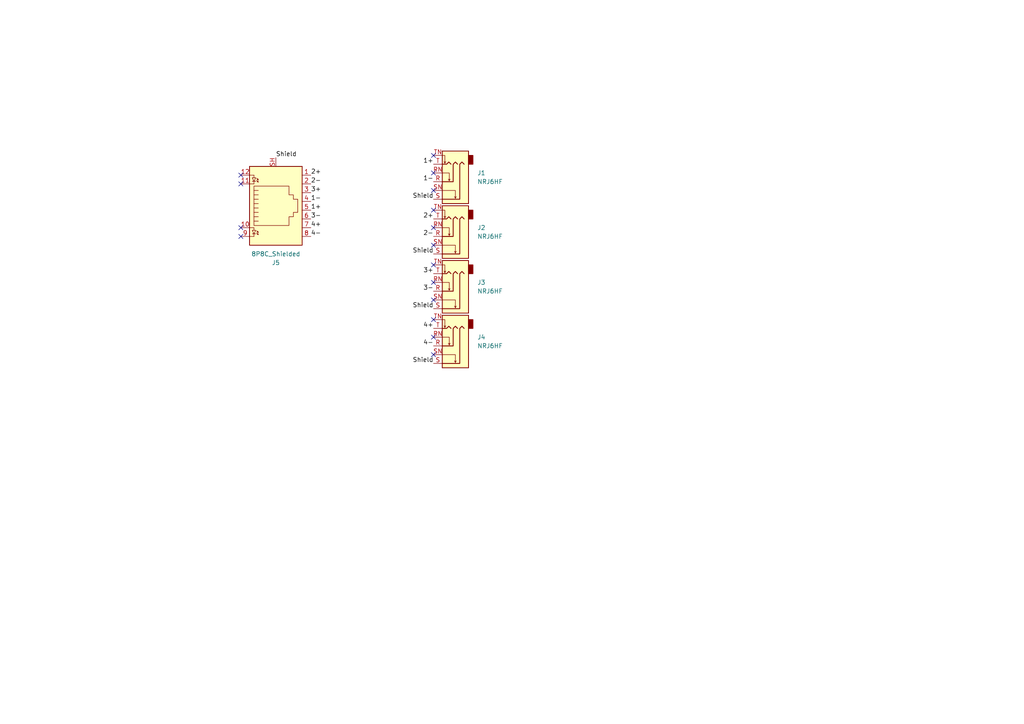
<source format=kicad_sch>
(kicad_sch (version 20231120) (generator "eeschema") (generator_version "8.0")
  (paper "A4")
  (lib_symbols
    (symbol "Connector:8P8C_LED_Shielded" (pin_names (offset 1.016))
      (property "Reference" "J" (at -5.08 13.97 0))
      (property "Value" "8P8C_LED_Shielded" (at 1.27 13.97 0))
      (symbol "8P8C_LED_Shielded_0_1"
        (polyline (pts (xy -7.62 -7.62) (xy -6.35 -7.62)))
        (polyline (pts (xy -7.62 -5.08) (xy -6.35 -5.08)))
        (polyline (pts (xy -7.62 7.62) (xy -6.35 7.62)))
        (polyline (pts (xy -7.62 10.16) (xy -6.35 10.16)))
        (polyline (pts (xy -6.858 -5.842) (xy -5.842 -5.842)))
        (polyline (pts (xy -6.858 9.398) (xy -5.842 9.398)))
        (polyline (pts (xy -6.35 -7.62) (xy -6.35 -6.858)))
        (polyline (pts (xy -6.35 -5.08) (xy -6.35 -5.842)))
        (polyline (pts (xy -6.35 7.62) (xy -6.35 8.382)))
        (polyline (pts (xy -6.35 10.16) (xy -6.35 9.398)))
        (polyline (pts (xy -5.08 -6.223) (xy -5.207 -6.604)))
        (polyline (pts (xy -5.08 -5.588) (xy -5.207 -5.969)))
        (polyline (pts (xy -5.08 4.445) (xy -6.35 4.445)))
        (polyline (pts (xy -5.08 5.715) (xy -6.35 5.715)))
        (polyline (pts (xy -5.08 9.017) (xy -5.207 8.636)))
        (polyline (pts (xy -5.08 9.652) (xy -5.207 9.271)))
        (polyline (pts (xy -6.35 -3.175) (xy -5.08 -3.175) (xy -5.08 -3.175)))
        (polyline (pts (xy -6.35 -1.905) (xy -5.08 -1.905) (xy -5.08 -1.905)))
        (polyline (pts (xy -6.35 -0.635) (xy -5.08 -0.635) (xy -5.08 -0.635)))
        (polyline (pts (xy -6.35 0.635) (xy -5.08 0.635) (xy -5.08 0.635)))
        (polyline (pts (xy -6.35 1.905) (xy -5.08 1.905) (xy -5.08 1.905)))
        (polyline (pts (xy -5.588 -6.731) (xy -5.08 -6.223) (xy -5.461 -6.35)))
        (polyline (pts (xy -5.588 -6.096) (xy -5.08 -5.588) (xy -5.461 -5.715)))
        (polyline (pts (xy -5.588 8.509) (xy -5.08 9.017) (xy -5.461 8.89)))
        (polyline (pts (xy -5.588 9.144) (xy -5.08 9.652) (xy -5.461 9.525)))
        (polyline (pts (xy -5.08 3.175) (xy -6.35 3.175) (xy -6.35 3.175)))
        (polyline (pts (xy -6.35 -5.842) (xy -6.858 -6.858) (xy -5.842 -6.858) (xy -6.35 -5.842)))
        (polyline (pts (xy -6.35 9.398) (xy -6.858 8.382) (xy -5.842 8.382) (xy -6.35 9.398)))
        (polyline (pts (xy -6.35 -4.445) (xy -6.35 6.985) (xy 3.81 6.985) (xy 3.81 4.445) (xy 5.08 4.445) (xy 5.08 3.175) (xy 6.35 3.175) (xy 6.35 -0.635) (xy 5.08 -0.635) (xy 5.08 -1.905) (xy 3.81 -1.905) (xy 3.81 -4.445) (xy -6.35 -4.445) (xy -6.35 -4.445)))
        (rectangle (start 7.62 12.7) (end -7.62 -10.16) (stroke (width 0.254)) (fill (type background)))
      )
      (symbol "8P8C_LED_Shielded_1_1"
        (pin passive line (at 10.16 -7.62 180) (length 2.54) (name "~") (number "1"))
        (pin passive line (at -10.16 7.62 0) (length 2.54) (name "~") (number "10"))
        (pin passive line (at -10.16 -5.08 0) (length 2.54) (name "~") (number "11"))
        (pin passive line (at -10.16 -7.62 0) (length 2.54) (name "~") (number "12"))
        (pin passive line (at 10.16 -5.08 180) (length 2.54) (name "~") (number "2"))
        (pin passive line (at 10.16 -2.54 180) (length 2.54) (name "~") (number "3"))
        (pin passive line (at 10.16 0 180) (length 2.54) (name "~") (number "4"))
        (pin passive line (at 10.16 2.54 180) (length 2.54) (name "~") (number "5"))
        (pin passive line (at 10.16 5.08 180) (length 2.54) (name "~") (number "6"))
        (pin passive line (at 10.16 7.62 180) (length 2.54) (name "~") (number "7"))
        (pin passive line (at 10.16 10.16 180) (length 2.54) (name "~") (number "8"))
        (pin passive line (at -10.16 10.16 0) (length 2.54) (name "~") (number "9"))
        (pin passive line (at 0 -12.7 90) (length 2.54) (name "~") (number "SH"))
      )
    )
    (symbol "Connector_Audio:NRJ6HF"
      (property "Reference" "J" (at 0 11.43 0))
      (property "Value" "NRJ6HF" (at 0 8.89 0))
      (symbol "NRJ6HF_0_1"
        (rectangle (start -5.08 -5.08) (end -6.35 -7.62) (stroke (width 0.254)) (fill (type outline)))
        (polyline (pts (xy -1.27 4.826) (xy -1.016 4.318)))
        (polyline (pts (xy 0.508 -0.254) (xy 0.762 -0.762)))
        (polyline (pts (xy 1.778 -5.334) (xy 2.032 -5.842)))
        (polyline (pts (xy 0 -5.08) (xy 0.635 -5.715) (xy 1.27 -5.08) (xy 2.54 -5.08)) (stroke (width 0.254)))
        (polyline (pts (xy 2.54 -7.62) (xy 1.778 -7.62) (xy 1.778 -5.334) (xy 1.524 -5.842)))
        (polyline (pts (xy 2.54 -2.54) (xy 0.508 -2.54) (xy 0.508 -0.254) (xy 0.254 -0.762)))
        (polyline (pts (xy 2.54 2.54) (xy -1.27 2.54) (xy -1.27 4.826) (xy -1.524 4.318)))
        (polyline (pts (xy -1.905 -5.08) (xy -1.27 -5.715) (xy -0.635 -5.08) (xy -0.635 0) (xy 2.54 0)) (stroke (width 0.254)))
        (polyline (pts (xy 2.54 5.08) (xy -2.54 5.08) (xy -2.54 -5.08) (xy -3.175 -5.715) (xy -3.81 -5.08)) (stroke (width 0.254)))
        (rectangle (start 2.54 6.35) (end -5.08 -8.89) (stroke (width 0.254)) (fill (type background)))
      )
      (symbol "NRJ6HF_1_1"
        (pin passive line (at 5.08 0 180) (length 2.54) (name "~") (number "R"))
        (pin passive line (at 5.08 -2.54 180) (length 2.54) (name "~") (number "RN"))
        (pin passive line (at 5.08 5.08 180) (length 2.54) (name "~") (number "S"))
        (pin passive line (at 5.08 2.54 180) (length 2.54) (name "~") (number "SN"))
        (pin passive line (at 5.08 -5.08 180) (length 2.54) (name "~") (number "T"))
        (pin passive line (at 5.08 -7.62 180) (length 2.54) (name "~") (number "TN"))
      )
    )
  )
  (no_connect (at 125.73 76.835))
  (no_connect (at 125.73 55.245))
  (no_connect (at 125.73 97.79))
  (no_connect (at 125.73 86.995))
  (no_connect (at 125.73 92.71))
  (no_connect (at 125.73 71.12))
  (no_connect (at 125.73 60.96))
  (no_connect (at 69.85 53.34))
  (no_connect (at 69.85 68.58))
  (no_connect (at 125.73 81.915))
  (no_connect (at 69.85 66.04))
  (no_connect (at 125.73 50.165))
  (no_connect (at 125.73 66.04))
  (no_connect (at 125.73 102.87))
  (no_connect (at 125.73 45.085))
  (no_connect (at 69.85 50.8))
  (label "1+" (at 90.17 60.96 0))
  (label "1+" (at 125.73 47.625 180))
  (label "Shield" (at 125.73 73.66 180))
  (label "2-" (at 90.17 53.34 0))
  (label "2+" (at 90.17 50.8 0))
  (label "1-" (at 125.73 52.705 180))
  (label "Shield" (at 125.73 89.535 180))
  (label "4+" (at 125.73 95.25 180))
  (label "3+" (at 125.73 79.375 180))
  (label "2-" (at 125.73 68.58 180))
  (label "4+" (at 90.17 66.04 0))
  (label "4-" (at 90.17 68.58 0))
  (label "1-" (at 90.17 58.42 0))
  (label "3-" (at 125.73 84.455 180))
  (label "2+" (at 125.73 63.5 180))
  (label "3-" (at 90.17 63.5 0))
  (label "Shield" (at 125.73 105.41 180))
  (label "Shield" (at 125.73 57.785 180))
  (label "3+" (at 90.17 55.88 0))
  (label "4-" (at 125.73 100.33 180))
  (label "Shield" (at 80.01 45.72 0))
  (symbol (lib_id "Connector_Audio:NRJ6HF") (at 130.81 84.455 180) (unit 1)
    (property "Reference" "J3" (at 138.43 81.915 0) (effects (justify right)))
    (property "Value" "NRJ6HF" (at 138.43 84.455 0) (effects (justify right)))
    (property "Footprint" "Connector_Audio:Jack_6.35mm_Neutrik_NRJ6HF_Horizontal_No_Outline" (effects (hide yes)))
    (property "Datasheet" "https://www.neutrik.com/en/product/nrj6hf" (effects (hide yes)))
  )
  (symbol (lib_id "Connector_Audio:NRJ6HF") (at 130.81 68.58 180) (unit 1)
    (property "Reference" "J2" (at 138.43 66.04 0) (effects (justify right)))
    (property "Value" "NRJ6HF" (at 138.43 68.58 0) (effects (justify right)))
    (property "Footprint" "Connector_Audio:Jack_6.35mm_Neutrik_NRJ6HF_Horizontal_No_Outline" (effects (hide yes)))
    (property "Datasheet" "https://www.neutrik.com/en/product/nrj6hf" (effects (hide yes)))
  )
  (symbol (lib_id "Connector:8P8C_LED_Shielded") (at 80.01 58.42 0) (mirror x) (unit 1)
    (property "Reference" "J5" (at 80.01 76.2 0))
    (property "Value" "8P8C_Shielded" (at 80.01 73.66 0))
    (property "Footprint" "Connector_RJ:RJ45_Amphenol_RJHSE538X" (effects (hide yes)))
  )
  (symbol (lib_id "Connector_Audio:NRJ6HF") (at 130.81 52.705 180) (unit 1)
    (property "Reference" "J1" (at 138.43 50.165 0) (effects (justify right)))
    (property "Value" "NRJ6HF" (at 138.43 52.705 0) (effects (justify right)))
    (property "Footprint" "Connector_Audio:Jack_6.35mm_Neutrik_NRJ6HF_Horizontal_No_Outline" (effects (hide yes)))
    (property "Datasheet" "https://www.neutrik.com/en/product/nrj6hf" (effects (hide yes)))
  )
  (symbol (lib_id "Connector_Audio:NRJ6HF") (at 130.81 100.33 180) (unit 1)
    (property "Reference" "J4" (at 138.43 97.79 0) (effects (justify right)))
    (property "Value" "NRJ6HF" (at 138.43 100.33 0) (effects (justify right)))
    (property "Footprint" "Connector_Audio:Jack_6.35mm_Neutrik_NRJ6HF_Horizontal_No_Outline" (effects (hide yes)))
    (property "Datasheet" "https://www.neutrik.com/en/product/nrj6hf" (effects (hide yes)))
  )
)
</source>
